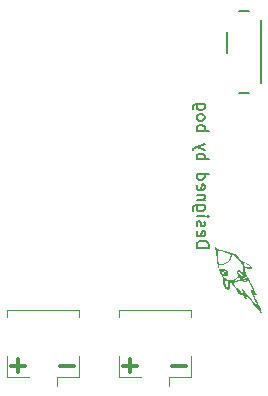
<source format=gbr>
G04 #@! TF.GenerationSoftware,KiCad,Pcbnew,8.0.0-rc1-52-g27482ef8a0*
G04 #@! TF.CreationDate,2024-01-20T20:33:33+01:00*
G04 #@! TF.ProjectId,test,74657374-2e6b-4696-9361-645f70636258,rev?*
G04 #@! TF.SameCoordinates,Original*
G04 #@! TF.FileFunction,Legend,Bot*
G04 #@! TF.FilePolarity,Positive*
%FSLAX46Y46*%
G04 Gerber Fmt 4.6, Leading zero omitted, Abs format (unit mm)*
G04 Created by KiCad (PCBNEW 8.0.0-rc1-52-g27482ef8a0) date 2024-01-20 20:33:33*
%MOMM*%
%LPD*%
G01*
G04 APERTURE LIST*
%ADD10C,0.300000*%
%ADD11C,0.150000*%
%ADD12C,0.120000*%
%ADD13C,0.203200*%
%ADD14C,0.000000*%
G04 APERTURE END LIST*
D10*
X62570009Y-119578350D02*
X61427152Y-119578350D01*
X58427152Y-119578350D02*
X57284295Y-119578350D01*
X57855723Y-120149778D02*
X57855723Y-119006921D01*
D11*
X63520180Y-109599637D02*
X64520180Y-109599637D01*
X64520180Y-109599637D02*
X64520180Y-109361542D01*
X64520180Y-109361542D02*
X64472561Y-109218685D01*
X64472561Y-109218685D02*
X64377323Y-109123447D01*
X64377323Y-109123447D02*
X64282085Y-109075828D01*
X64282085Y-109075828D02*
X64091609Y-109028209D01*
X64091609Y-109028209D02*
X63948752Y-109028209D01*
X63948752Y-109028209D02*
X63758276Y-109075828D01*
X63758276Y-109075828D02*
X63663038Y-109123447D01*
X63663038Y-109123447D02*
X63567800Y-109218685D01*
X63567800Y-109218685D02*
X63520180Y-109361542D01*
X63520180Y-109361542D02*
X63520180Y-109599637D01*
X63567800Y-108218685D02*
X63520180Y-108313923D01*
X63520180Y-108313923D02*
X63520180Y-108504399D01*
X63520180Y-108504399D02*
X63567800Y-108599637D01*
X63567800Y-108599637D02*
X63663038Y-108647256D01*
X63663038Y-108647256D02*
X64043990Y-108647256D01*
X64043990Y-108647256D02*
X64139228Y-108599637D01*
X64139228Y-108599637D02*
X64186847Y-108504399D01*
X64186847Y-108504399D02*
X64186847Y-108313923D01*
X64186847Y-108313923D02*
X64139228Y-108218685D01*
X64139228Y-108218685D02*
X64043990Y-108171066D01*
X64043990Y-108171066D02*
X63948752Y-108171066D01*
X63948752Y-108171066D02*
X63853514Y-108647256D01*
X63567800Y-107790113D02*
X63520180Y-107694875D01*
X63520180Y-107694875D02*
X63520180Y-107504399D01*
X63520180Y-107504399D02*
X63567800Y-107409161D01*
X63567800Y-107409161D02*
X63663038Y-107361542D01*
X63663038Y-107361542D02*
X63710657Y-107361542D01*
X63710657Y-107361542D02*
X63805895Y-107409161D01*
X63805895Y-107409161D02*
X63853514Y-107504399D01*
X63853514Y-107504399D02*
X63853514Y-107647256D01*
X63853514Y-107647256D02*
X63901133Y-107742494D01*
X63901133Y-107742494D02*
X63996371Y-107790113D01*
X63996371Y-107790113D02*
X64043990Y-107790113D01*
X64043990Y-107790113D02*
X64139228Y-107742494D01*
X64139228Y-107742494D02*
X64186847Y-107647256D01*
X64186847Y-107647256D02*
X64186847Y-107504399D01*
X64186847Y-107504399D02*
X64139228Y-107409161D01*
X63520180Y-106932970D02*
X64186847Y-106932970D01*
X64520180Y-106932970D02*
X64472561Y-106980589D01*
X64472561Y-106980589D02*
X64424942Y-106932970D01*
X64424942Y-106932970D02*
X64472561Y-106885351D01*
X64472561Y-106885351D02*
X64520180Y-106932970D01*
X64520180Y-106932970D02*
X64424942Y-106932970D01*
X64186847Y-106028209D02*
X63377323Y-106028209D01*
X63377323Y-106028209D02*
X63282085Y-106075828D01*
X63282085Y-106075828D02*
X63234466Y-106123447D01*
X63234466Y-106123447D02*
X63186847Y-106218685D01*
X63186847Y-106218685D02*
X63186847Y-106361542D01*
X63186847Y-106361542D02*
X63234466Y-106456780D01*
X63567800Y-106028209D02*
X63520180Y-106123447D01*
X63520180Y-106123447D02*
X63520180Y-106313923D01*
X63520180Y-106313923D02*
X63567800Y-106409161D01*
X63567800Y-106409161D02*
X63615419Y-106456780D01*
X63615419Y-106456780D02*
X63710657Y-106504399D01*
X63710657Y-106504399D02*
X63996371Y-106504399D01*
X63996371Y-106504399D02*
X64091609Y-106456780D01*
X64091609Y-106456780D02*
X64139228Y-106409161D01*
X64139228Y-106409161D02*
X64186847Y-106313923D01*
X64186847Y-106313923D02*
X64186847Y-106123447D01*
X64186847Y-106123447D02*
X64139228Y-106028209D01*
X64186847Y-105552018D02*
X63520180Y-105552018D01*
X64091609Y-105552018D02*
X64139228Y-105504399D01*
X64139228Y-105504399D02*
X64186847Y-105409161D01*
X64186847Y-105409161D02*
X64186847Y-105266304D01*
X64186847Y-105266304D02*
X64139228Y-105171066D01*
X64139228Y-105171066D02*
X64043990Y-105123447D01*
X64043990Y-105123447D02*
X63520180Y-105123447D01*
X63567800Y-104266304D02*
X63520180Y-104361542D01*
X63520180Y-104361542D02*
X63520180Y-104552018D01*
X63520180Y-104552018D02*
X63567800Y-104647256D01*
X63567800Y-104647256D02*
X63663038Y-104694875D01*
X63663038Y-104694875D02*
X64043990Y-104694875D01*
X64043990Y-104694875D02*
X64139228Y-104647256D01*
X64139228Y-104647256D02*
X64186847Y-104552018D01*
X64186847Y-104552018D02*
X64186847Y-104361542D01*
X64186847Y-104361542D02*
X64139228Y-104266304D01*
X64139228Y-104266304D02*
X64043990Y-104218685D01*
X64043990Y-104218685D02*
X63948752Y-104218685D01*
X63948752Y-104218685D02*
X63853514Y-104694875D01*
X63520180Y-103361542D02*
X64520180Y-103361542D01*
X63567800Y-103361542D02*
X63520180Y-103456780D01*
X63520180Y-103456780D02*
X63520180Y-103647256D01*
X63520180Y-103647256D02*
X63567800Y-103742494D01*
X63567800Y-103742494D02*
X63615419Y-103790113D01*
X63615419Y-103790113D02*
X63710657Y-103837732D01*
X63710657Y-103837732D02*
X63996371Y-103837732D01*
X63996371Y-103837732D02*
X64091609Y-103790113D01*
X64091609Y-103790113D02*
X64139228Y-103742494D01*
X64139228Y-103742494D02*
X64186847Y-103647256D01*
X64186847Y-103647256D02*
X64186847Y-103456780D01*
X64186847Y-103456780D02*
X64139228Y-103361542D01*
X63520180Y-102123446D02*
X64520180Y-102123446D01*
X64139228Y-102123446D02*
X64186847Y-102028208D01*
X64186847Y-102028208D02*
X64186847Y-101837732D01*
X64186847Y-101837732D02*
X64139228Y-101742494D01*
X64139228Y-101742494D02*
X64091609Y-101694875D01*
X64091609Y-101694875D02*
X63996371Y-101647256D01*
X63996371Y-101647256D02*
X63710657Y-101647256D01*
X63710657Y-101647256D02*
X63615419Y-101694875D01*
X63615419Y-101694875D02*
X63567800Y-101742494D01*
X63567800Y-101742494D02*
X63520180Y-101837732D01*
X63520180Y-101837732D02*
X63520180Y-102028208D01*
X63520180Y-102028208D02*
X63567800Y-102123446D01*
X64186847Y-101313922D02*
X63520180Y-101075827D01*
X64186847Y-100837732D02*
X63520180Y-101075827D01*
X63520180Y-101075827D02*
X63282085Y-101171065D01*
X63282085Y-101171065D02*
X63234466Y-101218684D01*
X63234466Y-101218684D02*
X63186847Y-101313922D01*
X63520180Y-99694874D02*
X64520180Y-99694874D01*
X64139228Y-99694874D02*
X64186847Y-99599636D01*
X64186847Y-99599636D02*
X64186847Y-99409160D01*
X64186847Y-99409160D02*
X64139228Y-99313922D01*
X64139228Y-99313922D02*
X64091609Y-99266303D01*
X64091609Y-99266303D02*
X63996371Y-99218684D01*
X63996371Y-99218684D02*
X63710657Y-99218684D01*
X63710657Y-99218684D02*
X63615419Y-99266303D01*
X63615419Y-99266303D02*
X63567800Y-99313922D01*
X63567800Y-99313922D02*
X63520180Y-99409160D01*
X63520180Y-99409160D02*
X63520180Y-99599636D01*
X63520180Y-99599636D02*
X63567800Y-99694874D01*
X63520180Y-98647255D02*
X63567800Y-98742493D01*
X63567800Y-98742493D02*
X63615419Y-98790112D01*
X63615419Y-98790112D02*
X63710657Y-98837731D01*
X63710657Y-98837731D02*
X63996371Y-98837731D01*
X63996371Y-98837731D02*
X64091609Y-98790112D01*
X64091609Y-98790112D02*
X64139228Y-98742493D01*
X64139228Y-98742493D02*
X64186847Y-98647255D01*
X64186847Y-98647255D02*
X64186847Y-98504398D01*
X64186847Y-98504398D02*
X64139228Y-98409160D01*
X64139228Y-98409160D02*
X64091609Y-98361541D01*
X64091609Y-98361541D02*
X63996371Y-98313922D01*
X63996371Y-98313922D02*
X63710657Y-98313922D01*
X63710657Y-98313922D02*
X63615419Y-98361541D01*
X63615419Y-98361541D02*
X63567800Y-98409160D01*
X63567800Y-98409160D02*
X63520180Y-98504398D01*
X63520180Y-98504398D02*
X63520180Y-98647255D01*
X64186847Y-97456779D02*
X63377323Y-97456779D01*
X63377323Y-97456779D02*
X63282085Y-97504398D01*
X63282085Y-97504398D02*
X63234466Y-97552017D01*
X63234466Y-97552017D02*
X63186847Y-97647255D01*
X63186847Y-97647255D02*
X63186847Y-97790112D01*
X63186847Y-97790112D02*
X63234466Y-97885350D01*
X63567800Y-97456779D02*
X63520180Y-97552017D01*
X63520180Y-97552017D02*
X63520180Y-97742493D01*
X63520180Y-97742493D02*
X63567800Y-97837731D01*
X63567800Y-97837731D02*
X63615419Y-97885350D01*
X63615419Y-97885350D02*
X63710657Y-97932969D01*
X63710657Y-97932969D02*
X63996371Y-97932969D01*
X63996371Y-97932969D02*
X64091609Y-97885350D01*
X64091609Y-97885350D02*
X64139228Y-97837731D01*
X64139228Y-97837731D02*
X64186847Y-97742493D01*
X64186847Y-97742493D02*
X64186847Y-97552017D01*
X64186847Y-97552017D02*
X64139228Y-97456779D01*
D10*
X53112175Y-119578350D02*
X51969318Y-119578350D01*
X48969318Y-119578350D02*
X47826461Y-119578350D01*
X48397889Y-120149778D02*
X48397889Y-119006921D01*
D12*
X56965000Y-114890000D02*
X56965000Y-115440000D01*
X56965000Y-118760000D02*
X56965000Y-120560000D01*
X56965000Y-120560000D02*
X58815000Y-120560000D01*
X61185000Y-120560000D02*
X61185000Y-121300000D01*
X63035000Y-114890000D02*
X56965000Y-114890000D01*
X63035000Y-115440000D02*
X63035000Y-114890000D01*
X63035000Y-118760000D02*
X63035000Y-120560000D01*
X63035000Y-120560000D02*
X61185000Y-120560000D01*
D13*
X66075060Y-91374400D02*
X66075060Y-93127000D01*
X67926720Y-89525280D02*
X67073280Y-89525280D01*
X67926720Y-96474720D02*
X67073280Y-96474720D01*
X68924940Y-90302520D02*
X68924940Y-95697480D01*
D12*
X47465000Y-114890000D02*
X47465000Y-115440000D01*
X47465000Y-118760000D02*
X47465000Y-120560000D01*
X47465000Y-120560000D02*
X49315000Y-120560000D01*
X51685000Y-120560000D02*
X51685000Y-121300000D01*
X53535000Y-114890000D02*
X47465000Y-114890000D01*
X53535000Y-115440000D02*
X53535000Y-114890000D01*
X53535000Y-118760000D02*
X53535000Y-120560000D01*
X53535000Y-120560000D02*
X51685000Y-120560000D01*
D14*
G36*
X68221989Y-111279246D02*
G01*
X68215957Y-111350956D01*
X68166402Y-111386435D01*
X68063170Y-111390687D01*
X67896107Y-111368713D01*
X67877826Y-111365742D01*
X67743247Y-111346979D01*
X67643500Y-111338374D01*
X67599025Y-111341778D01*
X67591281Y-111356936D01*
X67596341Y-111429085D01*
X67634968Y-111554538D01*
X67708260Y-111735898D01*
X67709347Y-111738290D01*
X67817315Y-111975769D01*
X67963232Y-112276757D01*
X68147107Y-112641463D01*
X68157431Y-112661659D01*
X68282754Y-112907767D01*
X68395392Y-113130655D01*
X68490841Y-113321279D01*
X68564596Y-113470593D01*
X68612152Y-113569551D01*
X68629005Y-113609109D01*
X68604703Y-113634185D01*
X68538230Y-113615855D01*
X68446397Y-113556814D01*
X68439165Y-113551189D01*
X68370146Y-113504533D01*
X68334328Y-113492837D01*
X68335766Y-113501311D01*
X68361303Y-113565746D01*
X68413976Y-113684761D01*
X68489170Y-113848260D01*
X68582272Y-114046147D01*
X68688669Y-114268326D01*
X68734742Y-114364534D01*
X68835934Y-114581854D01*
X68854549Y-114623673D01*
X68921179Y-114773359D01*
X68985901Y-114928270D01*
X69025523Y-115035808D01*
X69035470Y-115085196D01*
X69020600Y-115108871D01*
X68977173Y-115117104D01*
X68952091Y-115091591D01*
X68883220Y-115012982D01*
X68778577Y-114889794D01*
X68645111Y-114730286D01*
X68489769Y-114542717D01*
X68319500Y-114335347D01*
X68175618Y-114160262D01*
X68017521Y-113970031D01*
X67880134Y-113807055D01*
X67770390Y-113679473D01*
X67695223Y-113595424D01*
X67661568Y-113563048D01*
X67654011Y-113564328D01*
X67655138Y-113607644D01*
X67683970Y-113692823D01*
X67703271Y-113742395D01*
X67736945Y-113863926D01*
X67740047Y-113948783D01*
X67711046Y-113980686D01*
X67706852Y-113979524D01*
X67661587Y-113940997D01*
X67586547Y-113858907D01*
X67495593Y-113748207D01*
X67409611Y-113642496D01*
X67340963Y-113572008D01*
X67294084Y-113548150D01*
X67257375Y-113561849D01*
X67240710Y-113576061D01*
X67220019Y-113588605D01*
X67196935Y-113584847D01*
X67164557Y-113556956D01*
X67115983Y-113497101D01*
X67044312Y-113397449D01*
X66942643Y-113250169D01*
X66804074Y-113047428D01*
X66738282Y-112952176D01*
X66626815Y-112795596D01*
X66533220Y-112670200D01*
X66465781Y-112586934D01*
X66459145Y-112580864D01*
X66627793Y-112580864D01*
X66645568Y-112615227D01*
X66695575Y-112696300D01*
X66766511Y-112805340D01*
X66828804Y-112891217D01*
X66917360Y-112985950D01*
X66986623Y-113026036D01*
X66991734Y-113027105D01*
X67059730Y-113070260D01*
X67154127Y-113164063D01*
X67261617Y-113295478D01*
X67293920Y-113337985D01*
X67381603Y-113448243D01*
X67448969Y-113525542D01*
X67483519Y-113555251D01*
X67488366Y-113538975D01*
X67472647Y-113469458D01*
X67435413Y-113363504D01*
X67412674Y-113305701D01*
X67375466Y-113206079D01*
X67364044Y-113155152D01*
X67376728Y-113136579D01*
X67411842Y-113134019D01*
X67438630Y-113152538D01*
X67509847Y-113223480D01*
X67616310Y-113340006D01*
X67750872Y-113494057D01*
X67906387Y-113677575D01*
X68075706Y-113882503D01*
X68212637Y-114049381D01*
X68368910Y-114237575D01*
X68504257Y-114398072D01*
X68611815Y-114522829D01*
X68684721Y-114603805D01*
X68716113Y-114632958D01*
X68717801Y-114632985D01*
X68726316Y-114623673D01*
X68720726Y-114591741D01*
X68697673Y-114529471D01*
X68653803Y-114429144D01*
X68585756Y-114283041D01*
X68490178Y-114083444D01*
X68363710Y-113822634D01*
X68302505Y-113695713D01*
X68218198Y-113516756D01*
X68150906Y-113368794D01*
X68106342Y-113264487D01*
X68090217Y-113216498D01*
X68091307Y-113204537D01*
X68124883Y-113174098D01*
X68189511Y-113190534D01*
X68263613Y-113249710D01*
X68315371Y-113298189D01*
X68348822Y-113311576D01*
X68339808Y-113275074D01*
X68300604Y-113182653D01*
X68237290Y-113047010D01*
X68156244Y-112880619D01*
X68063845Y-112695949D01*
X67966469Y-112505473D01*
X67870497Y-112321662D01*
X67782305Y-112156988D01*
X67708272Y-112023922D01*
X67654776Y-111934937D01*
X67628196Y-111902504D01*
X67613833Y-111903725D01*
X67595009Y-111920758D01*
X67599421Y-111968394D01*
X67629679Y-112059906D01*
X67688395Y-112208566D01*
X67734247Y-112336208D01*
X67744014Y-112374302D01*
X67762258Y-112445459D01*
X67764772Y-112508530D01*
X67763978Y-112510483D01*
X67711596Y-112546353D01*
X67616778Y-112540857D01*
X67498408Y-112498170D01*
X67375372Y-112422465D01*
X67250614Y-112327308D01*
X67083522Y-112419881D01*
X67037089Y-112443896D01*
X66896702Y-112502827D01*
X66772111Y-112538883D01*
X66745002Y-112544125D01*
X66661447Y-112564747D01*
X66627793Y-112580864D01*
X66459145Y-112580864D01*
X66432780Y-112556747D01*
X66431785Y-112556746D01*
X66368020Y-112556267D01*
X66364415Y-112558367D01*
X66348208Y-112609167D01*
X66332405Y-112713893D01*
X66332384Y-112714029D01*
X66319914Y-112854524D01*
X66315339Y-112922161D01*
X66303261Y-113047560D01*
X66286099Y-113118956D01*
X66258260Y-113152801D01*
X66214147Y-113165551D01*
X66155398Y-113163048D01*
X66038250Y-113110828D01*
X65925691Y-113010023D01*
X65837700Y-112876001D01*
X65809951Y-112804375D01*
X65780274Y-112648052D01*
X65773155Y-112437334D01*
X65773194Y-112434259D01*
X65772219Y-112315077D01*
X65896936Y-112315077D01*
X65897732Y-112382956D01*
X65910154Y-112514798D01*
X65927731Y-112633274D01*
X65962511Y-112776126D01*
X66002821Y-112877314D01*
X66061228Y-112966842D01*
X66110843Y-113009282D01*
X66143155Y-112982956D01*
X66160691Y-112885336D01*
X66165975Y-112713893D01*
X66165944Y-112688887D01*
X66163089Y-112541691D01*
X66153448Y-112454739D01*
X66137028Y-112419818D01*
X66633139Y-112419818D01*
X66638363Y-112435940D01*
X66687585Y-112440279D01*
X66731375Y-112436548D01*
X66844292Y-112407024D01*
X66969724Y-112356832D01*
X67086067Y-112296517D01*
X67171715Y-112236624D01*
X67205066Y-112187698D01*
X67205035Y-112183414D01*
X67198603Y-112149774D01*
X67172658Y-112139847D01*
X67115250Y-112157033D01*
X67014425Y-112204731D01*
X66858230Y-112286340D01*
X66783228Y-112326477D01*
X66679049Y-112385475D01*
X66633139Y-112419818D01*
X66137028Y-112419818D01*
X66133983Y-112413342D01*
X66101657Y-112402807D01*
X66042759Y-112387109D01*
X65961237Y-112335459D01*
X65944560Y-112320866D01*
X65911350Y-112298576D01*
X65896936Y-112315077D01*
X65772219Y-112315077D01*
X65771903Y-112276474D01*
X65759549Y-112170228D01*
X65730670Y-112090684D01*
X65679801Y-112013004D01*
X65676826Y-112009023D01*
X65520303Y-111764471D01*
X65466156Y-111643795D01*
X65627187Y-111643795D01*
X65640740Y-111688041D01*
X65694535Y-111755993D01*
X65766487Y-111807954D01*
X65849719Y-111841852D01*
X65903442Y-111836027D01*
X65913943Y-111793535D01*
X65867511Y-111717433D01*
X65799206Y-111656869D01*
X65718336Y-111615897D01*
X65653648Y-111609287D01*
X65627187Y-111643795D01*
X65466156Y-111643795D01*
X65398119Y-111492164D01*
X65397684Y-111490678D01*
X65806469Y-111490678D01*
X65833070Y-111543069D01*
X65898546Y-111623489D01*
X65945210Y-111674606D01*
X66018559Y-111756295D01*
X66050689Y-111793535D01*
X66060035Y-111804368D01*
X66076778Y-111812835D01*
X66089005Y-111772544D01*
X66083995Y-111747203D01*
X66038036Y-111666728D01*
X65962617Y-111578881D01*
X65880644Y-111508186D01*
X65815022Y-111479171D01*
X65806469Y-111490678D01*
X65397684Y-111490678D01*
X65306864Y-111180507D01*
X65306446Y-111178130D01*
X65397577Y-111178130D01*
X65436502Y-111313678D01*
X65445031Y-111337645D01*
X65476360Y-111397749D01*
X65525066Y-111411680D01*
X65619305Y-111391411D01*
X65672332Y-111381032D01*
X65846622Y-111393453D01*
X66005228Y-111470081D01*
X66126503Y-111601931D01*
X66155207Y-111653545D01*
X66191580Y-111772544D01*
X66197109Y-111790633D01*
X66171102Y-111893097D01*
X66079161Y-111957268D01*
X65923262Y-111979474D01*
X65763016Y-111979474D01*
X65923973Y-112140431D01*
X65996490Y-112210004D01*
X66081767Y-112271661D01*
X66174341Y-112300886D01*
X66308256Y-112312965D01*
X66483057Y-112308778D01*
X66732211Y-112245693D01*
X66963880Y-112109941D01*
X67095284Y-112009715D01*
X67018331Y-111927246D01*
X66990238Y-111894404D01*
X66925572Y-111773102D01*
X66919096Y-111693635D01*
X67016763Y-111693635D01*
X67061667Y-111752884D01*
X67153141Y-111811625D01*
X67213301Y-111845340D01*
X67282510Y-111908382D01*
X67347823Y-112006998D01*
X67423700Y-112159794D01*
X67425014Y-112162633D01*
X67437868Y-112187698D01*
X67500710Y-112310236D01*
X67565767Y-112406726D01*
X67612915Y-112441292D01*
X67645926Y-112427688D01*
X67649674Y-112374302D01*
X67615786Y-112272572D01*
X67542467Y-112114171D01*
X67533788Y-112097253D01*
X67455578Y-111974401D01*
X67355361Y-111849971D01*
X67275515Y-111767807D01*
X67474460Y-111767807D01*
X67476131Y-111794108D01*
X67489585Y-111825534D01*
X67499546Y-111818444D01*
X67526862Y-111767807D01*
X67532912Y-111738290D01*
X67511737Y-111710080D01*
X67494600Y-111716583D01*
X67474460Y-111767807D01*
X67275515Y-111767807D01*
X67249030Y-111740553D01*
X67152478Y-111662736D01*
X67081598Y-111633110D01*
X67024411Y-111648801D01*
X67016763Y-111693635D01*
X66919096Y-111693635D01*
X66916591Y-111662894D01*
X66954086Y-111576833D01*
X67028850Y-111527973D01*
X67131674Y-111529368D01*
X67253349Y-111594073D01*
X67309323Y-111634525D01*
X67357681Y-111646699D01*
X67399008Y-111612038D01*
X67415623Y-111582883D01*
X67445895Y-111484997D01*
X67466069Y-111360527D01*
X67472031Y-111265979D01*
X67461440Y-111174367D01*
X67421981Y-111083819D01*
X67344219Y-110963613D01*
X67328975Y-110943037D01*
X67481926Y-110943037D01*
X67506344Y-111015314D01*
X67552093Y-111104264D01*
X67604737Y-111182977D01*
X67649844Y-111224539D01*
X67686267Y-111233650D01*
X67783953Y-111250672D01*
X67893559Y-111265979D01*
X67911002Y-111268415D01*
X68009766Y-111278226D01*
X68100199Y-111275628D01*
X68128702Y-111251848D01*
X68128640Y-111250164D01*
X68094002Y-111198709D01*
X68008632Y-111132099D01*
X67891506Y-111060200D01*
X67761599Y-110992881D01*
X67637886Y-110940009D01*
X67539341Y-110911451D01*
X67484939Y-110917075D01*
X67481926Y-110943037D01*
X67328975Y-110943037D01*
X67298586Y-110902019D01*
X67188657Y-110770798D01*
X67054052Y-110623866D01*
X66909588Y-110476169D01*
X66770084Y-110342652D01*
X66650357Y-110238258D01*
X66565225Y-110177935D01*
X66529566Y-110161146D01*
X66496402Y-110163995D01*
X66478313Y-110213663D01*
X66476652Y-110227688D01*
X66465108Y-110325134D01*
X66461760Y-110353194D01*
X66398981Y-110557048D01*
X66279762Y-110742901D01*
X66118460Y-110899270D01*
X65929434Y-111014668D01*
X65727042Y-111077613D01*
X65525640Y-111076618D01*
X65447142Y-111070695D01*
X65399947Y-111100264D01*
X65397577Y-111178130D01*
X65306446Y-111178130D01*
X65243132Y-110817907D01*
X65203512Y-110392769D01*
X65189575Y-110197141D01*
X65185684Y-110159140D01*
X65282589Y-110159140D01*
X65284459Y-110322759D01*
X65291061Y-110483933D01*
X65302308Y-110624847D01*
X65318111Y-110727686D01*
X65325352Y-110755203D01*
X65369014Y-110861765D01*
X65420761Y-110929731D01*
X65469552Y-110955561D01*
X65606864Y-110976840D01*
X65771014Y-110954160D01*
X65938634Y-110889345D01*
X65950337Y-110883036D01*
X66101483Y-110776331D01*
X66227771Y-110643105D01*
X66321708Y-110497697D01*
X66375802Y-110354445D01*
X66382562Y-110227688D01*
X66334493Y-110131764D01*
X66286915Y-110105704D01*
X66178977Y-110063655D01*
X66030602Y-110013166D01*
X65859832Y-109959673D01*
X65684710Y-109908608D01*
X65523278Y-109865405D01*
X65393578Y-109835499D01*
X65313655Y-109824322D01*
X65306251Y-109831765D01*
X65293397Y-109895827D01*
X65285539Y-110010891D01*
X65282589Y-110159140D01*
X65185684Y-110159140D01*
X65165887Y-109965792D01*
X65138176Y-109803413D01*
X65105766Y-109705241D01*
X65095010Y-109683715D01*
X65066392Y-109595584D01*
X65086318Y-109541615D01*
X65104894Y-109529402D01*
X65157843Y-109542185D01*
X65237726Y-109614706D01*
X65262170Y-109639340D01*
X65319417Y-109683842D01*
X65395878Y-109722464D01*
X65505614Y-109760472D01*
X65662685Y-109803133D01*
X65881153Y-109855714D01*
X65917339Y-109864298D01*
X66227434Y-109949180D01*
X66507213Y-110045655D01*
X66747488Y-110149314D01*
X66939070Y-110255750D01*
X67072771Y-110360556D01*
X67139403Y-110459322D01*
X67224256Y-110623195D01*
X67370768Y-110750594D01*
X67571259Y-110825050D01*
X67722230Y-110868685D01*
X67891489Y-110943029D01*
X68041228Y-111033020D01*
X68153022Y-111127386D01*
X68208446Y-111214856D01*
X68216226Y-111251848D01*
X68221989Y-111279246D01*
G37*
M02*

</source>
